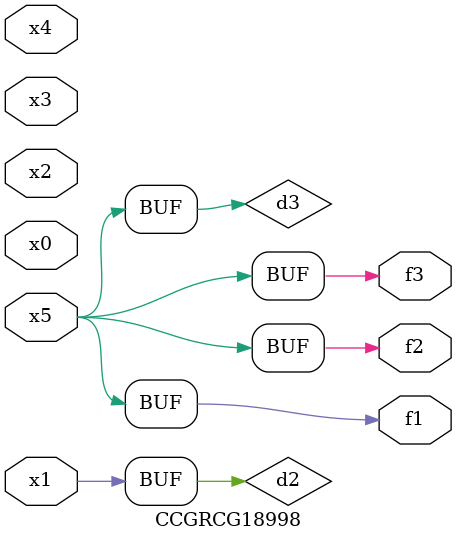
<source format=v>
module CCGRCG18998(
	input x0, x1, x2, x3, x4, x5,
	output f1, f2, f3
);

	wire d1, d2, d3;

	not (d1, x5);
	or (d2, x1);
	xnor (d3, d1);
	assign f1 = d3;
	assign f2 = d3;
	assign f3 = d3;
endmodule

</source>
